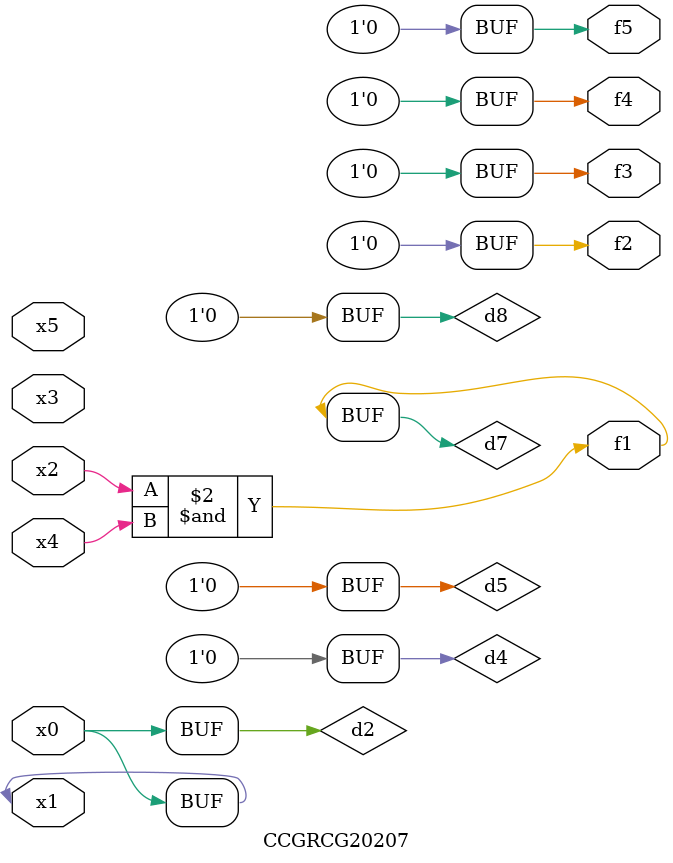
<source format=v>
module CCGRCG20207(
	input x0, x1, x2, x3, x4, x5,
	output f1, f2, f3, f4, f5
);

	wire d1, d2, d3, d4, d5, d6, d7, d8, d9;

	nand (d1, x1);
	buf (d2, x0, x1);
	nand (d3, x2, x4);
	and (d4, d1, d2);
	and (d5, d1, d2);
	nand (d6, d1, d3);
	not (d7, d3);
	xor (d8, d5);
	nor (d9, d5, d6);
	assign f1 = d7;
	assign f2 = d8;
	assign f3 = d8;
	assign f4 = d8;
	assign f5 = d8;
endmodule

</source>
